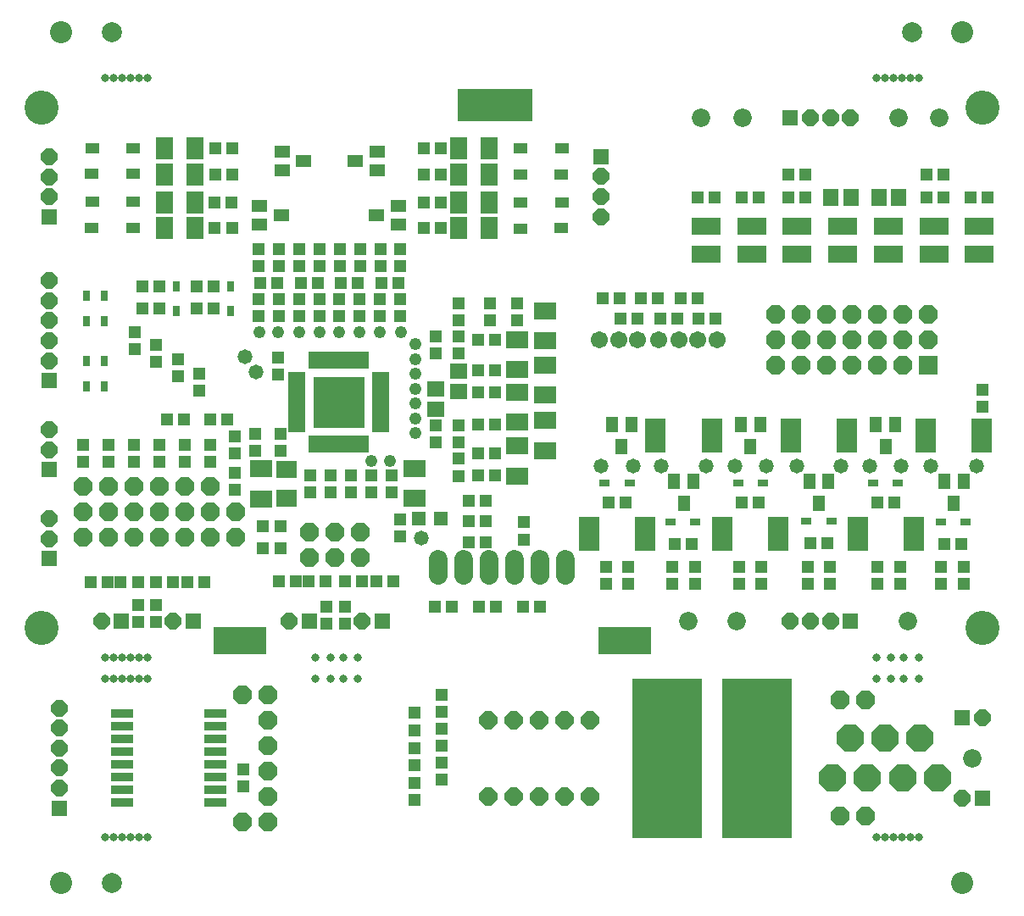
<source format=gbr>
G04 EAGLE Gerber RS-274X export*
G75*
%MOMM*%
%FSLAX34Y34*%
%LPD*%
%INSoldermask Top*%
%IPPOS*%
%AMOC8*
5,1,8,0,0,1.08239X$1,22.5*%
G01*
%ADD10C,3.403200*%
%ADD11R,7.540625X3.254375*%
%ADD12C,2.203200*%
%ADD13C,2.000000*%
%ADD14C,0.803200*%
%ADD15R,7.000000X16.000000*%
%ADD16R,2.203200X1.703200*%
%ADD17R,1.203200X1.303200*%
%ADD18R,1.303200X1.203200*%
%ADD19R,1.803200X1.503200*%
%ADD20R,2.006200X1.803200*%
%ADD21R,1.762000X0.483200*%
%ADD22R,0.483200X1.762000*%
%ADD23R,5.203200X5.203200*%
%ADD24R,2.003200X3.403200*%
%ADD25R,1.203200X1.603200*%
%ADD26R,1.703200X2.203200*%
%ADD27R,1.625600X1.625600*%
%ADD28P,1.759533X8X202.500000*%
%ADD29P,1.759533X8X22.500000*%
%ADD30R,1.603200X1.203200*%
%ADD31R,1.468600X1.060400*%
%ADD32C,1.219200*%
%ADD33R,2.903200X1.803200*%
%ADD34R,1.503200X1.803200*%
%ADD35P,1.979475X8X202.500000*%
%ADD36R,1.828800X1.828800*%
%ADD37P,1.979475X8X292.500000*%
%ADD38R,0.803200X1.003200*%
%ADD39P,1.759533X8X112.500000*%
%ADD40P,1.979475X8X22.500000*%
%ADD41R,1.283200X1.253200*%
%ADD42R,1.003200X0.803200*%
%ADD43C,1.473200*%
%ADD44R,1.473200X1.473200*%
%ADD45P,1.759533X8X292.500000*%
%ADD46C,1.828800*%
%ADD47R,2.743200X5.283200*%
%ADD48P,2.969212X8X22.500000*%
%ADD49R,5.283200X2.743200*%
%ADD50C,1.832800*%
%ADD51P,1.929685X8X112.500000*%
%ADD52P,1.979475X8X112.500000*%
%ADD53R,2.209800X0.812800*%
%ADD54C,1.711200*%


D10*
X30000Y800031D03*
X970000Y800031D03*
X30000Y280031D03*
X970000Y280031D03*
D11*
X482997Y802878D03*
D12*
X50000Y875031D03*
X950000Y875031D03*
X950000Y25031D03*
X50000Y25031D03*
D13*
X100000Y875031D03*
X900000Y875031D03*
X100000Y25031D03*
D14*
X906250Y829531D03*
X863750Y829531D03*
X872250Y829531D03*
X880750Y829531D03*
X889250Y829531D03*
X897750Y829531D03*
X136250Y829531D03*
X93750Y829531D03*
X102250Y829531D03*
X110750Y829531D03*
X119250Y829531D03*
X127750Y829531D03*
X136250Y250531D03*
X93750Y250531D03*
X102250Y250531D03*
X110750Y250531D03*
X119250Y250531D03*
X127750Y250531D03*
X906250Y250531D03*
X863750Y250531D03*
X878417Y250531D03*
X891584Y250531D03*
X136250Y229531D03*
X93750Y229531D03*
X102250Y229531D03*
X110750Y229531D03*
X119250Y229531D03*
X127750Y229531D03*
X136250Y70531D03*
X93750Y70531D03*
X102250Y70531D03*
X110750Y70531D03*
X119250Y70531D03*
X127750Y70531D03*
X906250Y229531D03*
X863750Y229531D03*
X878417Y229531D03*
X891583Y229531D03*
X906250Y70531D03*
X863750Y70531D03*
X872250Y70531D03*
X880750Y70531D03*
X889250Y70531D03*
X897750Y70531D03*
X346250Y250531D03*
X303750Y250531D03*
X318417Y250531D03*
X331584Y250531D03*
X346250Y229531D03*
X303750Y229531D03*
X318417Y229531D03*
X331583Y229531D03*
D15*
X655000Y150000D03*
X745000Y150000D03*
D16*
X402744Y439656D03*
X402744Y409656D03*
D17*
X269280Y473638D03*
X269280Y456638D03*
D18*
X202175Y621506D03*
X185175Y621506D03*
X148200Y621506D03*
X131200Y621506D03*
X155081Y488056D03*
X172081Y488056D03*
D16*
X249238Y408863D03*
X249238Y438863D03*
X504825Y461881D03*
X504825Y431881D03*
X533400Y487281D03*
X533400Y457281D03*
X504825Y515856D03*
X504825Y485856D03*
X533400Y542844D03*
X533400Y512844D03*
X504825Y568244D03*
X504825Y538244D03*
X533400Y596819D03*
X533400Y566819D03*
D17*
X446881Y482369D03*
X446881Y465369D03*
X423863Y482369D03*
X423863Y465369D03*
D19*
X423863Y518794D03*
X423863Y498794D03*
D17*
X318691Y432363D03*
X318691Y415363D03*
X446881Y571269D03*
X446881Y554269D03*
X423863Y571269D03*
X423863Y554269D03*
X446881Y604606D03*
X446881Y587606D03*
X359569Y432363D03*
X359569Y415363D03*
X338931Y432363D03*
X338931Y415363D03*
X298450Y432363D03*
X298450Y415363D03*
D20*
X274638Y409643D03*
X274638Y438083D03*
D17*
X202175Y599281D03*
X185175Y599281D03*
X148200Y599281D03*
X131200Y599281D03*
D18*
X380206Y432363D03*
X380206Y415363D03*
D17*
X198738Y488056D03*
X215738Y488056D03*
X483163Y432594D03*
X466163Y432594D03*
X483163Y454819D03*
X466163Y454819D03*
X483163Y483394D03*
X466163Y483394D03*
X483163Y515144D03*
X466163Y515144D03*
X483163Y537369D03*
X466163Y537369D03*
X483163Y567531D03*
X466163Y567531D03*
D18*
X504825Y587606D03*
X504825Y604606D03*
D21*
X368808Y478119D03*
X368808Y483119D03*
X368808Y488119D03*
X368808Y493119D03*
X368808Y498119D03*
X368808Y503119D03*
X368808Y508119D03*
X368808Y513119D03*
X368808Y518119D03*
X368808Y523119D03*
X368808Y528119D03*
X368808Y533119D03*
D22*
X354525Y547402D03*
X349525Y547402D03*
X344525Y547402D03*
X339525Y547402D03*
X334525Y547402D03*
X329525Y547402D03*
X324525Y547402D03*
X319525Y547402D03*
X314525Y547402D03*
X309525Y547402D03*
X304525Y547402D03*
X299525Y547402D03*
D21*
X285242Y533119D03*
X285242Y528119D03*
X285242Y523119D03*
X285242Y518119D03*
X285242Y513119D03*
X285242Y508119D03*
X285242Y503119D03*
X285242Y498119D03*
X285242Y493119D03*
X285242Y488119D03*
X285242Y483119D03*
X285242Y478119D03*
D22*
X299525Y463836D03*
X304525Y463836D03*
X309525Y463836D03*
X314525Y463836D03*
X319525Y463836D03*
X324525Y463836D03*
X329525Y463836D03*
X334525Y463836D03*
X339525Y463836D03*
X344525Y463836D03*
X349525Y463836D03*
X354525Y463836D03*
D23*
X327025Y505619D03*
D18*
X686031Y588963D03*
X703031Y588963D03*
X969963Y501088D03*
X969963Y518088D03*
D24*
X913388Y472281D03*
X969388Y472281D03*
D25*
X941388Y404131D03*
X931888Y426131D03*
X950888Y426131D03*
D18*
X932094Y363538D03*
X949094Y363538D03*
X950913Y341081D03*
X950913Y324081D03*
X928688Y341081D03*
X928688Y324081D03*
X668569Y609600D03*
X685569Y609600D03*
D24*
X845125Y373856D03*
X901125Y373856D03*
D25*
X873125Y461281D03*
X863625Y483281D03*
X882625Y483281D03*
D18*
X864625Y405606D03*
X881625Y405606D03*
X887413Y341081D03*
X887413Y324081D03*
X865188Y341081D03*
X865188Y324081D03*
X647931Y588963D03*
X664931Y588963D03*
D24*
X778450Y472281D03*
X834450Y472281D03*
D25*
X806450Y404131D03*
X796950Y426131D03*
X815950Y426131D03*
D18*
X797950Y364331D03*
X814950Y364331D03*
X817563Y341081D03*
X817563Y324081D03*
X795338Y341081D03*
X795338Y324081D03*
X628881Y609600D03*
X645881Y609600D03*
D24*
X710188Y373856D03*
X766188Y373856D03*
D25*
X738188Y461281D03*
X728688Y483281D03*
X747688Y483281D03*
D18*
X729688Y405606D03*
X746688Y405606D03*
X749300Y341081D03*
X749300Y324081D03*
X727075Y341081D03*
X727075Y324081D03*
X608244Y588963D03*
X625244Y588963D03*
D24*
X643513Y472281D03*
X699513Y472281D03*
D25*
X671513Y404131D03*
X662013Y426131D03*
X681013Y426131D03*
D18*
X662219Y363538D03*
X679219Y363538D03*
X682625Y341081D03*
X682625Y324081D03*
X660400Y341081D03*
X660400Y324081D03*
X590781Y609600D03*
X607781Y609600D03*
D24*
X576838Y373856D03*
X632838Y373856D03*
D25*
X609600Y461281D03*
X600100Y483281D03*
X619100Y483281D03*
D18*
X596338Y405606D03*
X613338Y405606D03*
X615950Y341081D03*
X615950Y324081D03*
X593725Y341081D03*
X593725Y324081D03*
D17*
X369452Y625062D03*
X386452Y625062D03*
X388239Y591416D03*
X388239Y608416D03*
X368046Y591416D03*
X368046Y608416D03*
X412251Y679990D03*
X429251Y679990D03*
X412251Y705345D03*
X429251Y705345D03*
D26*
X477026Y705345D03*
X447026Y705345D03*
X477026Y679990D03*
X447026Y679990D03*
D27*
X589026Y751011D03*
D28*
X589026Y731011D03*
X589026Y711011D03*
X589026Y691011D03*
D27*
X38100Y690725D03*
D29*
X38100Y710725D03*
X38100Y730725D03*
X38100Y750725D03*
D30*
X364444Y692436D03*
X386444Y701936D03*
X386444Y682936D03*
D18*
X388620Y641708D03*
X388620Y658708D03*
X368427Y641708D03*
X368427Y658708D03*
D31*
X508242Y679276D03*
X548842Y679344D03*
X549760Y705344D03*
X508160Y705276D03*
D17*
X329066Y625062D03*
X346066Y625062D03*
X347853Y591416D03*
X347853Y608416D03*
X327660Y591416D03*
X327660Y608416D03*
X412251Y733177D03*
X429251Y733177D03*
X412251Y759111D03*
X429251Y759111D03*
D26*
X477026Y759111D03*
X447026Y759111D03*
X477026Y733177D03*
X447026Y733177D03*
D30*
X343362Y746411D03*
X365362Y755911D03*
X365362Y736911D03*
D18*
X348234Y641708D03*
X348234Y658708D03*
X328041Y641708D03*
X328041Y658708D03*
D31*
X508242Y733251D03*
X548842Y733319D03*
X549760Y759319D03*
X508160Y759251D03*
D17*
X265675Y625062D03*
X248675Y625062D03*
X246888Y591416D03*
X246888Y608416D03*
X267081Y591416D03*
X267081Y608416D03*
X220209Y679990D03*
X203209Y679990D03*
X219955Y705345D03*
X202955Y705345D03*
D26*
X153021Y705345D03*
X183021Y705345D03*
X153021Y679990D03*
X183021Y679990D03*
D30*
X269445Y692436D03*
X247445Y682936D03*
X247445Y701936D03*
D18*
X247269Y641708D03*
X247269Y658708D03*
X267462Y641708D03*
X267462Y658708D03*
D31*
X121805Y705596D03*
X81205Y705528D03*
X80287Y679528D03*
X121887Y679596D03*
D17*
X306061Y625062D03*
X289061Y625062D03*
X287274Y591416D03*
X287274Y608416D03*
X307467Y591416D03*
X307467Y608416D03*
X220971Y733177D03*
X203971Y733177D03*
X220971Y759111D03*
X203971Y759111D03*
D26*
X153021Y759111D03*
X183021Y759111D03*
X153021Y733177D03*
X183021Y733177D03*
D30*
X292146Y746411D03*
X270146Y736911D03*
X270146Y755911D03*
D18*
X287655Y641708D03*
X287655Y658708D03*
X307848Y641708D03*
X307848Y658708D03*
D31*
X121805Y759571D03*
X81205Y759503D03*
X80287Y733503D03*
X121887Y733571D03*
D17*
X527613Y300831D03*
X510613Y300831D03*
X423300Y300831D03*
X440300Y300831D03*
X456638Y386556D03*
X473638Y386556D03*
D18*
X473638Y407194D03*
X456638Y407194D03*
X483956Y300831D03*
X466956Y300831D03*
D17*
X511969Y385531D03*
X511969Y368531D03*
X477838Y587606D03*
X477838Y604606D03*
D19*
X446881Y536256D03*
X446881Y516256D03*
D17*
X446881Y449031D03*
X446881Y432031D03*
D32*
X403225Y548746D03*
D33*
X966787Y653544D03*
X966787Y681544D03*
X921279Y653544D03*
X921279Y681544D03*
X875771Y653544D03*
X875771Y681544D03*
X830262Y653544D03*
X830262Y681544D03*
X784143Y653544D03*
X784143Y681544D03*
X739246Y653544D03*
X739246Y681544D03*
X693738Y653544D03*
X693738Y681544D03*
D18*
X913790Y710406D03*
X930790Y710406D03*
D34*
X866276Y710406D03*
X886276Y710406D03*
D18*
X775643Y732631D03*
X792643Y732631D03*
X729735Y710406D03*
X746735Y710406D03*
X913838Y732631D03*
X930838Y732631D03*
X775643Y710406D03*
X792643Y710406D03*
X685238Y710406D03*
X702238Y710406D03*
D34*
X818746Y710406D03*
X838746Y710406D03*
D18*
X958287Y710406D03*
X975287Y710406D03*
D35*
X915988Y592931D03*
X915988Y567531D03*
X890588Y592931D03*
X890588Y567531D03*
X865188Y592931D03*
X865188Y567531D03*
X839788Y592931D03*
X839788Y567531D03*
X814388Y592931D03*
X814388Y567531D03*
X788988Y592931D03*
X788988Y567531D03*
X763588Y592931D03*
X763588Y567531D03*
D36*
X915988Y542131D03*
D37*
X890588Y542131D03*
X865188Y542131D03*
X839788Y542131D03*
X814388Y542131D03*
X788988Y542131D03*
X763588Y542131D03*
D38*
X165100Y596306D03*
X165100Y621306D03*
X219075Y596306D03*
X219075Y621306D03*
D17*
X297094Y326231D03*
X314094Y326231D03*
X266931Y326231D03*
X283931Y326231D03*
D27*
X297338Y286544D03*
D39*
X277338Y286544D03*
D17*
X223044Y454256D03*
X223044Y471256D03*
D18*
X223044Y434744D03*
X223044Y417744D03*
D17*
X349813Y326231D03*
X332813Y326231D03*
X381563Y326231D03*
X364563Y326231D03*
D27*
X370363Y286544D03*
D39*
X350363Y286544D03*
D17*
X166211Y548250D03*
X166211Y531250D03*
D18*
X187801Y533963D03*
X187801Y516963D03*
D17*
X161188Y325931D03*
X144188Y325931D03*
X192938Y325931D03*
X175938Y325931D03*
D27*
X181450Y286544D03*
D39*
X161450Y286544D03*
D17*
X144621Y545538D03*
X144621Y562538D03*
D18*
X123031Y575238D03*
X123031Y558238D03*
D17*
X109263Y325931D03*
X126263Y325931D03*
X79100Y325931D03*
X96100Y325931D03*
D27*
X110013Y286544D03*
D39*
X90013Y286544D03*
D40*
X71438Y370681D03*
X71438Y396081D03*
X96838Y370681D03*
X96838Y396081D03*
X122238Y370681D03*
X122238Y396081D03*
X147638Y370681D03*
X147638Y396081D03*
X173038Y370681D03*
X173038Y396081D03*
X198438Y370681D03*
X198438Y396081D03*
X223838Y370681D03*
X223838Y396081D03*
D37*
X198438Y421481D03*
X173038Y421481D03*
X147638Y421481D03*
X122238Y421481D03*
X96838Y421481D03*
X71438Y421481D03*
D18*
X71438Y446319D03*
X71438Y463319D03*
X96838Y446319D03*
X96838Y463319D03*
X122238Y446319D03*
X122238Y463319D03*
X147638Y446319D03*
X147638Y463319D03*
X173038Y446319D03*
X173038Y463319D03*
X198438Y446319D03*
X198438Y463319D03*
D41*
X333375Y301644D03*
X333375Y284144D03*
X127000Y303231D03*
X127000Y285731D03*
X144463Y303231D03*
X144463Y285731D03*
X314325Y301644D03*
X314325Y284144D03*
D27*
X38100Y437994D03*
D29*
X38100Y457994D03*
X38100Y477994D03*
D27*
X38100Y349094D03*
D29*
X38100Y369094D03*
X38100Y389094D03*
D42*
X617338Y424656D03*
X592338Y424656D03*
X953094Y385763D03*
X928094Y385763D03*
X885625Y424656D03*
X860625Y424656D03*
X818950Y386556D03*
X793950Y386556D03*
X750688Y424656D03*
X725688Y424656D03*
X683219Y385763D03*
X658219Y385763D03*
D43*
X964406Y442119D03*
X889000Y442119D03*
X828675Y442119D03*
X754063Y442119D03*
X693738Y442119D03*
X620713Y442119D03*
X784225Y442119D03*
X722313Y442119D03*
X857250Y442119D03*
X918369Y442119D03*
X588963Y442119D03*
X649288Y442119D03*
D17*
X473638Y365919D03*
X456638Y365919D03*
D18*
X387985Y388849D03*
X387985Y371849D03*
D44*
X407257Y389493D03*
X428847Y389493D03*
D27*
X778038Y789781D03*
D45*
X798038Y789781D03*
X818038Y789781D03*
X838038Y789781D03*
D27*
X838038Y286544D03*
D39*
X818038Y286544D03*
X798038Y286544D03*
X778038Y286544D03*
D32*
X327025Y575469D03*
X347663Y575469D03*
X368300Y575469D03*
X388938Y575469D03*
X307975Y575469D03*
X287338Y575469D03*
X266700Y575469D03*
X247650Y575469D03*
X403225Y563562D03*
X403225Y533929D03*
X403225Y519112D03*
X403225Y504296D03*
X403225Y489479D03*
X403225Y474663D03*
D38*
X74708Y546694D03*
X74708Y521694D03*
X92869Y546694D03*
X92869Y521694D03*
X74613Y586781D03*
X74613Y611781D03*
X92964Y586781D03*
X92964Y611781D03*
D27*
X38100Y527056D03*
D29*
X38100Y547056D03*
X38100Y567056D03*
X38100Y587056D03*
X38100Y607056D03*
X38100Y627056D03*
D46*
X426244Y348647D02*
X426244Y332391D01*
X451644Y332391D02*
X451644Y348647D01*
X477044Y348647D02*
X477044Y332391D01*
X502444Y332391D02*
X502444Y348647D01*
X527844Y348647D02*
X527844Y332391D01*
X553244Y332391D02*
X553244Y348647D01*
D18*
X402263Y108181D03*
X402263Y125181D03*
D47*
X742381Y150031D03*
X662381Y150031D03*
D18*
X429863Y128356D03*
X429863Y145356D03*
X402263Y143106D03*
X402263Y160106D03*
X429863Y162381D03*
X429863Y179381D03*
X402263Y178031D03*
X402263Y195031D03*
X429863Y196406D03*
X429863Y213406D03*
D48*
X820000Y130031D03*
X837500Y170031D03*
X855000Y130031D03*
X872500Y170031D03*
X890000Y130031D03*
X907500Y170031D03*
X925000Y130031D03*
D43*
X409575Y369888D03*
X244475Y535781D03*
D32*
X378460Y446881D03*
X359410Y446881D03*
D18*
X251500Y359238D03*
X268500Y359238D03*
D17*
X268500Y381306D03*
X251500Y381306D03*
D43*
X233363Y550863D03*
D17*
X266700Y549838D03*
X266700Y532838D03*
X243681Y473638D03*
X243681Y456638D03*
D35*
X348456Y375444D03*
X348456Y350044D03*
X323056Y375444D03*
X323056Y350044D03*
X297656Y375444D03*
X297656Y350044D03*
D49*
X228600Y267494D03*
X612775Y267494D03*
D50*
X960000Y150000D03*
X688975Y789781D03*
X730250Y789781D03*
X885825Y789781D03*
X927100Y789781D03*
X724694Y286544D03*
X676275Y286544D03*
X895350Y286544D03*
D27*
X949969Y190000D03*
D45*
X969969Y190000D03*
D51*
X476500Y111931D03*
X501900Y111931D03*
X552700Y188131D03*
X527300Y188131D03*
X527300Y111931D03*
X552700Y111931D03*
X578100Y188131D03*
X578100Y111931D03*
X501900Y188131D03*
X476500Y188131D03*
D52*
X827300Y91856D03*
X852700Y91856D03*
D53*
X110500Y194481D03*
X110500Y181781D03*
X110500Y169081D03*
X110500Y156381D03*
X110500Y143681D03*
X110500Y130981D03*
X110500Y118281D03*
X110500Y105581D03*
X203500Y105581D03*
X203500Y118281D03*
X203500Y130981D03*
X203500Y143681D03*
X203500Y156381D03*
X203500Y169081D03*
X203500Y181781D03*
X203500Y194481D03*
D52*
X827300Y208206D03*
X852700Y208206D03*
D27*
X48000Y100000D03*
D29*
X48000Y120000D03*
X48000Y140000D03*
X48000Y160000D03*
X48000Y180000D03*
X48000Y200000D03*
D27*
X970000Y110000D03*
D39*
X950000Y110000D03*
D35*
X256413Y111601D03*
X256413Y137001D03*
X256413Y162401D03*
X256413Y187801D03*
D52*
X231013Y86201D03*
X256413Y86201D03*
D37*
X256413Y213201D03*
X231013Y213201D03*
D18*
X231679Y139104D03*
X231679Y122104D03*
D54*
X587375Y567531D03*
X606425Y567531D03*
X625475Y567531D03*
X646113Y567531D03*
X685800Y567531D03*
X704850Y567531D03*
X666750Y567531D03*
M02*

</source>
